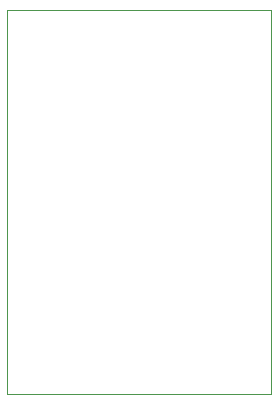
<source format=gbr>
%TF.GenerationSoftware,KiCad,Pcbnew,7.0.8*%
%TF.CreationDate,2024-11-10T19:24:17+09:00*%
%TF.ProjectId,LSM_Module_V0.1.0,4c534d5f-4d6f-4647-956c-655f56302e31,rev?*%
%TF.SameCoordinates,Original*%
%TF.FileFunction,Profile,NP*%
%FSLAX46Y46*%
G04 Gerber Fmt 4.6, Leading zero omitted, Abs format (unit mm)*
G04 Created by KiCad (PCBNEW 7.0.8) date 2024-11-10 19:24:17*
%MOMM*%
%LPD*%
G01*
G04 APERTURE LIST*
%TA.AperFunction,Profile*%
%ADD10C,0.100000*%
%TD*%
G04 APERTURE END LIST*
D10*
X0Y0D02*
X22352000Y0D01*
X22352000Y-32512000D01*
X0Y-32512000D01*
X0Y0D01*
M02*

</source>
